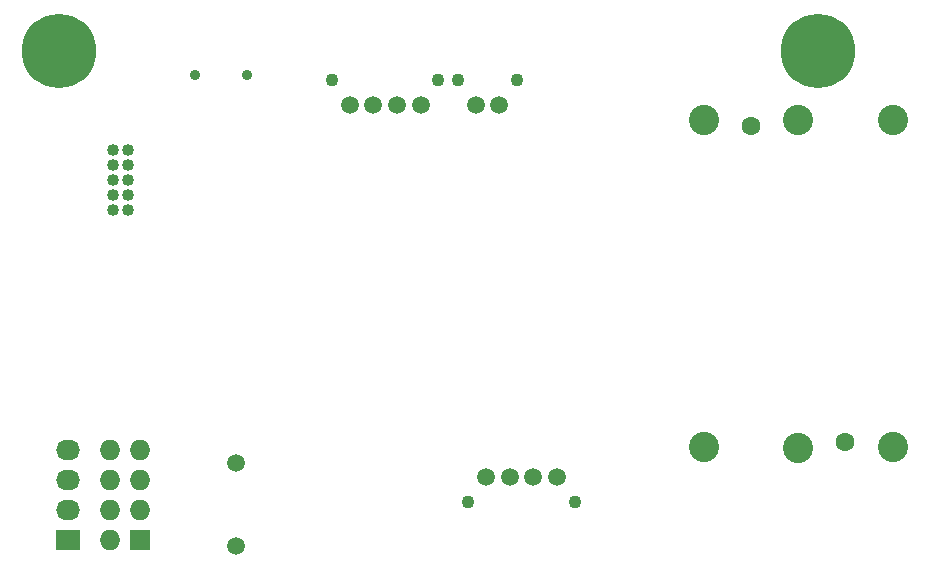
<source format=gbs>
G04 #@! TF.FileFunction,Soldermask,Bot*
%FSLAX46Y46*%
G04 Gerber Fmt 4.6, Leading zero omitted, Abs format (unit mm)*
G04 Created by KiCad (PCBNEW 4.0.0-rc1-stable) date 20/01/2016 16:24:11*
%MOMM*%
G01*
G04 APERTURE LIST*
%ADD10C,0.100000*%
%ADD11C,1.600200*%
%ADD12C,2.565400*%
%ADD13C,1.500000*%
%ADD14C,1.100000*%
%ADD15C,1.016000*%
%ADD16C,0.899160*%
%ADD17R,2.032000X1.727200*%
%ADD18O,2.032000X1.727200*%
%ADD19R,1.727200X1.727200*%
%ADD20O,1.727200X1.727200*%
%ADD21C,6.300000*%
%ADD22C,0.600000*%
G04 APERTURE END LIST*
D10*
D11*
X222559891Y-115849998D03*
X222559891Y-115849998D03*
X214559907Y-89150024D03*
X214559907Y-89150024D03*
D12*
X226559883Y-116350124D03*
X226559883Y-116350124D03*
X210559915Y-116350124D03*
X210559915Y-116350124D03*
X226560899Y-88649898D03*
X226560899Y-88649898D03*
X210558899Y-88649898D03*
X210558899Y-88649898D03*
X218559899Y-88637198D03*
X218559899Y-88637198D03*
X218559899Y-116362824D03*
X218559899Y-116362824D03*
D13*
X180594000Y-87376000D03*
X182594000Y-87376000D03*
X184594000Y-87376000D03*
X186594000Y-87376000D03*
D14*
X179094000Y-85276000D03*
X188094000Y-85276000D03*
D15*
X160528000Y-91186000D03*
X161798000Y-91186000D03*
X160528000Y-92456000D03*
X161798000Y-92456000D03*
X160528000Y-93726000D03*
X161798000Y-93726000D03*
X160528000Y-94996000D03*
X161798000Y-94996000D03*
X160528000Y-96266000D03*
X161798000Y-96266000D03*
D13*
X198120000Y-118872000D03*
X196120000Y-118872000D03*
X194120000Y-118872000D03*
X192120000Y-118872000D03*
D14*
X199620000Y-120972000D03*
X190620000Y-120972000D03*
D16*
X171861640Y-84850900D03*
X167462360Y-84850900D03*
D13*
X170942000Y-117658000D03*
X170942000Y-124658000D03*
X191262000Y-87376000D03*
X193262000Y-87376000D03*
D14*
X189762000Y-85276000D03*
X194762000Y-85276000D03*
D17*
X156718000Y-124206000D03*
D18*
X156718000Y-121666000D03*
X156718000Y-119126000D03*
X156718000Y-116586000D03*
D19*
X162814000Y-124206000D03*
D20*
X160274000Y-124206000D03*
X162814000Y-121666000D03*
X160274000Y-121666000D03*
X162814000Y-119126000D03*
X160274000Y-119126000D03*
X162814000Y-116586000D03*
X160274000Y-116586000D03*
D21*
X220250000Y-82750000D03*
D22*
X220250000Y-80250000D03*
X222750000Y-82750000D03*
X220250000Y-85250000D03*
X217750000Y-82750000D03*
X218450000Y-80950000D03*
X222050000Y-80950000D03*
X218450000Y-84550000D03*
X222050000Y-84550000D03*
D21*
X156000000Y-82750000D03*
D22*
X156000000Y-80250000D03*
X158500000Y-82750000D03*
X156000000Y-85250000D03*
X153500000Y-82750000D03*
X154200000Y-80950000D03*
X157800000Y-80950000D03*
X154200000Y-84550000D03*
X157800000Y-84550000D03*
M02*

</source>
